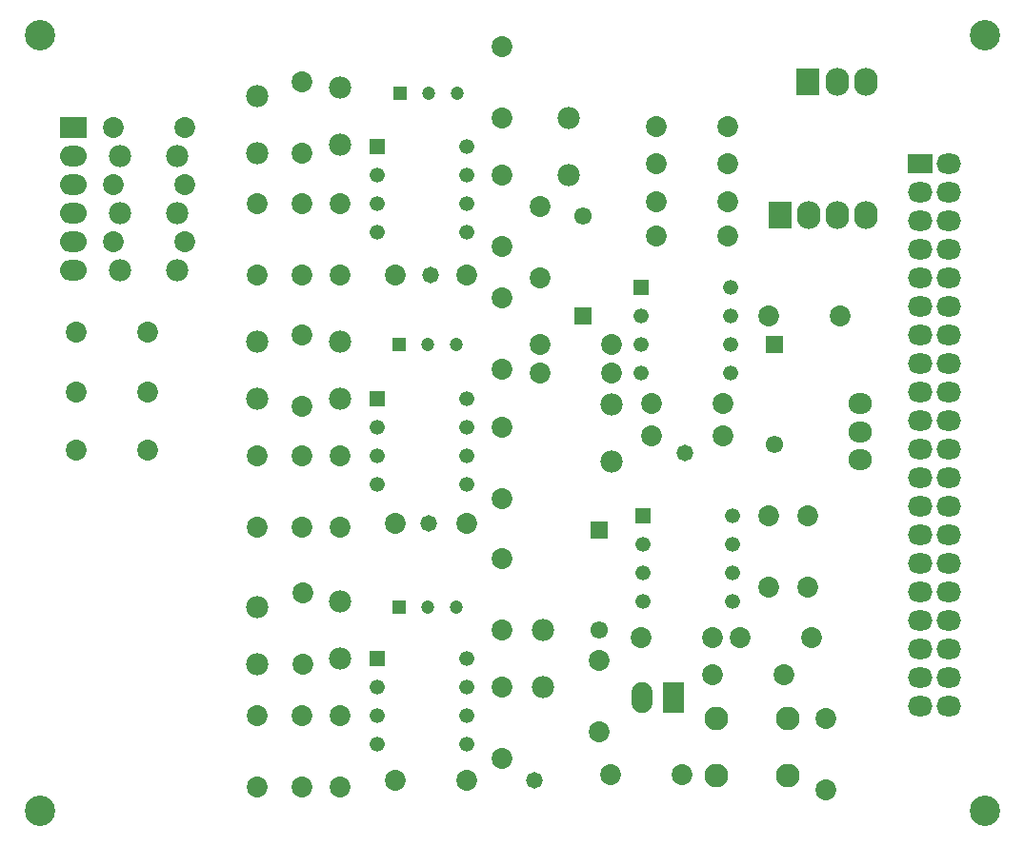
<source format=gbr>
%TF.GenerationSoftware,Altium Limited,Altium Designer,23.3.1 (30)*%
G04 Layer_Color=16711935*
%FSLAX26Y26*%
%MOIN*%
%TF.SameCoordinates,8F501EFE-F143-482A-9327-88418F9FCBED*%
%TF.FilePolarity,Negative*%
%TF.FileFunction,Soldermask,Bot*%
%TF.Part,Single*%
G01*
G75*
%TA.AperFunction,ComponentPad*%
%ADD23C,0.061024*%
%ADD24R,0.061024X0.061024*%
%ADD25R,0.047244X0.047244*%
%ADD26C,0.047244*%
%ADD41O,0.083000X0.098000*%
%ADD42R,0.083000X0.098000*%
%ADD43C,0.078000*%
%ADD44C,0.073000*%
%ADD45R,0.052488X0.052488*%
%ADD46C,0.052488*%
%ADD47O,0.073000X0.108000*%
%ADD48R,0.073000X0.108000*%
%ADD49C,0.083000*%
%ADD50O,0.083000X0.073000*%
%ADD51O,0.093000X0.073000*%
%ADD52R,0.093000X0.073000*%
%ADD53R,0.086740X0.070992*%
%ADD54O,0.086740X0.070992*%
%TA.AperFunction,ViaPad*%
%ADD55C,0.106425*%
%ADD56C,0.058000*%
D23*
X2690000Y1400197D02*
D03*
X2020000Y2199606D02*
D03*
X2075000Y750000D02*
D03*
D24*
X2690000Y1749803D02*
D03*
X2020000Y1850000D02*
D03*
X2075000Y1099606D02*
D03*
D25*
X1380000Y2630000D02*
D03*
X1375000Y830000D02*
D03*
Y1750000D02*
D03*
D26*
X1480000Y2630000D02*
D03*
X1580000D02*
D03*
X1575000Y830000D02*
D03*
X1475000D02*
D03*
X1575000Y1750000D02*
D03*
X1475000D02*
D03*
D41*
X3010000Y2670000D02*
D03*
X2910000D02*
D03*
X2810000Y2205000D02*
D03*
X2910000D02*
D03*
X3010000D02*
D03*
D42*
X2805000Y2670000D02*
D03*
X2710000Y2205000D02*
D03*
D43*
X2120000Y1340000D02*
D03*
Y1540000D02*
D03*
X880000Y1561500D02*
D03*
Y1761500D02*
D03*
X1170000Y650000D02*
D03*
Y850000D02*
D03*
X880000Y630000D02*
D03*
Y830000D02*
D03*
X1970000Y2545000D02*
D03*
Y2345000D02*
D03*
X1170000Y2450000D02*
D03*
Y2650000D02*
D03*
X880000Y2420000D02*
D03*
Y2620000D02*
D03*
X1170000Y1761500D02*
D03*
Y1561500D02*
D03*
X600000Y2010000D02*
D03*
X400000D02*
D03*
X600000Y2210000D02*
D03*
X400000D02*
D03*
X600000Y2410000D02*
D03*
X400000D02*
D03*
X1880000Y550000D02*
D03*
Y750000D02*
D03*
D44*
X1735000Y1915000D02*
D03*
Y1665000D02*
D03*
X880000Y1111500D02*
D03*
Y1361500D02*
D03*
X1035000Y1535000D02*
D03*
Y1785000D02*
D03*
Y200000D02*
D03*
Y450000D02*
D03*
X880000Y200000D02*
D03*
Y450000D02*
D03*
X1040000Y630000D02*
D03*
Y880000D02*
D03*
X1735000Y1000000D02*
D03*
Y750000D02*
D03*
Y550000D02*
D03*
Y300000D02*
D03*
X2723701Y595000D02*
D03*
X2473701D02*
D03*
X2223701Y725000D02*
D03*
X2473701D02*
D03*
X2075000Y645000D02*
D03*
Y395000D02*
D03*
X2365000Y245000D02*
D03*
X2115000D02*
D03*
X2870000Y440000D02*
D03*
Y190000D02*
D03*
X2670000Y1150000D02*
D03*
Y900000D02*
D03*
X2805000Y1150000D02*
D03*
Y900000D02*
D03*
X2525000Y2515000D02*
D03*
X2275000D02*
D03*
X2525000Y2385000D02*
D03*
X2275000D02*
D03*
Y2250000D02*
D03*
X2525000D02*
D03*
X2275000Y2130000D02*
D03*
X2525000D02*
D03*
X1870000Y2235000D02*
D03*
Y1985000D02*
D03*
X1735000Y2345000D02*
D03*
Y2095000D02*
D03*
X880000Y1995000D02*
D03*
Y2245000D02*
D03*
X1735000Y2795000D02*
D03*
Y2545000D02*
D03*
X2920000Y1850000D02*
D03*
X2670000D02*
D03*
X495000Y1380000D02*
D03*
X245000D02*
D03*
X1170000Y450000D02*
D03*
Y200000D02*
D03*
X2510000Y1430000D02*
D03*
X2260000D02*
D03*
X1035000Y1361500D02*
D03*
Y1111500D02*
D03*
X1361299Y1125000D02*
D03*
X1611299D02*
D03*
X2260000Y1545000D02*
D03*
X2510000D02*
D03*
X1870000Y1650000D02*
D03*
X2120000D02*
D03*
X1870000Y1750000D02*
D03*
X2120000D02*
D03*
X1170000Y1361500D02*
D03*
Y1111500D02*
D03*
X1035000Y2670000D02*
D03*
Y2420000D02*
D03*
X1361299Y1995000D02*
D03*
X1611299D02*
D03*
X1035000Y2245000D02*
D03*
Y1995000D02*
D03*
X1170000Y2245000D02*
D03*
Y1995000D02*
D03*
X375000Y2110000D02*
D03*
X625000D02*
D03*
X375000Y2310000D02*
D03*
X625000D02*
D03*
X375000Y2510000D02*
D03*
X625000D02*
D03*
X1735000Y1211500D02*
D03*
Y1461500D02*
D03*
X495000Y1585000D02*
D03*
X245000D02*
D03*
X1361299Y225000D02*
D03*
X1611299D02*
D03*
X495000Y1795000D02*
D03*
X245000D02*
D03*
X2820000Y725000D02*
D03*
X2570000D02*
D03*
D45*
X2228701Y1150000D02*
D03*
X2223701Y1950000D02*
D03*
X1298701Y650000D02*
D03*
Y1561500D02*
D03*
Y2445000D02*
D03*
D46*
X2228701Y1050000D02*
D03*
Y950000D02*
D03*
Y850000D02*
D03*
X2541299D02*
D03*
Y950000D02*
D03*
Y1050000D02*
D03*
Y1150000D02*
D03*
X2223701Y1850000D02*
D03*
Y1750000D02*
D03*
Y1650000D02*
D03*
X2536299D02*
D03*
Y1750000D02*
D03*
Y1850000D02*
D03*
Y1950000D02*
D03*
X1611299Y650000D02*
D03*
Y550000D02*
D03*
Y450000D02*
D03*
Y350000D02*
D03*
X1298701D02*
D03*
Y450000D02*
D03*
Y550000D02*
D03*
X1611299Y1561500D02*
D03*
Y1461500D02*
D03*
Y1361500D02*
D03*
Y1261500D02*
D03*
X1298701D02*
D03*
Y1361500D02*
D03*
Y1461500D02*
D03*
X1611299Y2445000D02*
D03*
Y2345000D02*
D03*
Y2245000D02*
D03*
Y2145000D02*
D03*
X1298701D02*
D03*
Y2245000D02*
D03*
Y2345000D02*
D03*
D47*
X2225000Y515000D02*
D03*
D48*
X2335000D02*
D03*
D49*
X2485000Y440000D02*
D03*
X2735000Y240000D02*
D03*
Y440000D02*
D03*
X2485000Y240000D02*
D03*
D50*
X2990000Y1346000D02*
D03*
Y1444000D02*
D03*
Y1545000D02*
D03*
D51*
X235000Y2110000D02*
D03*
Y2410000D02*
D03*
Y2310000D02*
D03*
Y2210000D02*
D03*
Y2010000D02*
D03*
D52*
Y2510000D02*
D03*
D53*
X3200000Y2385000D02*
D03*
D54*
X3300000D02*
D03*
X3200000Y2285000D02*
D03*
X3300000D02*
D03*
X3200000Y2185000D02*
D03*
X3300000D02*
D03*
X3200000Y2085000D02*
D03*
X3300000D02*
D03*
X3200000Y1985000D02*
D03*
X3300000D02*
D03*
X3200000Y1885000D02*
D03*
X3300000D02*
D03*
X3200000Y1785000D02*
D03*
X3300000D02*
D03*
X3200000Y1685000D02*
D03*
X3300000D02*
D03*
X3200000Y1585000D02*
D03*
X3300000D02*
D03*
X3200000Y1485000D02*
D03*
X3300000D02*
D03*
X3200000Y1385000D02*
D03*
X3300000D02*
D03*
X3200000Y1285000D02*
D03*
X3300000D02*
D03*
X3200000Y1185000D02*
D03*
X3300000D02*
D03*
X3200000Y1085000D02*
D03*
X3300000D02*
D03*
X3200000Y985000D02*
D03*
X3300000D02*
D03*
X3200000Y885000D02*
D03*
X3300000D02*
D03*
X3200000Y785000D02*
D03*
X3300000D02*
D03*
X3200000Y685000D02*
D03*
X3300000D02*
D03*
X3200000Y585000D02*
D03*
X3300000D02*
D03*
X3200000Y485000D02*
D03*
X3300000D02*
D03*
D55*
X118110Y118110D02*
D03*
Y2834646D02*
D03*
X3425197D02*
D03*
Y118110D02*
D03*
D56*
X2375000Y1370000D02*
D03*
X1480000Y1125000D02*
D03*
X1485000Y1995000D02*
D03*
X1850000Y225000D02*
D03*
%TF.MD5,ee910ceccef222f274d123dbd6738f5c*%
M02*

</source>
